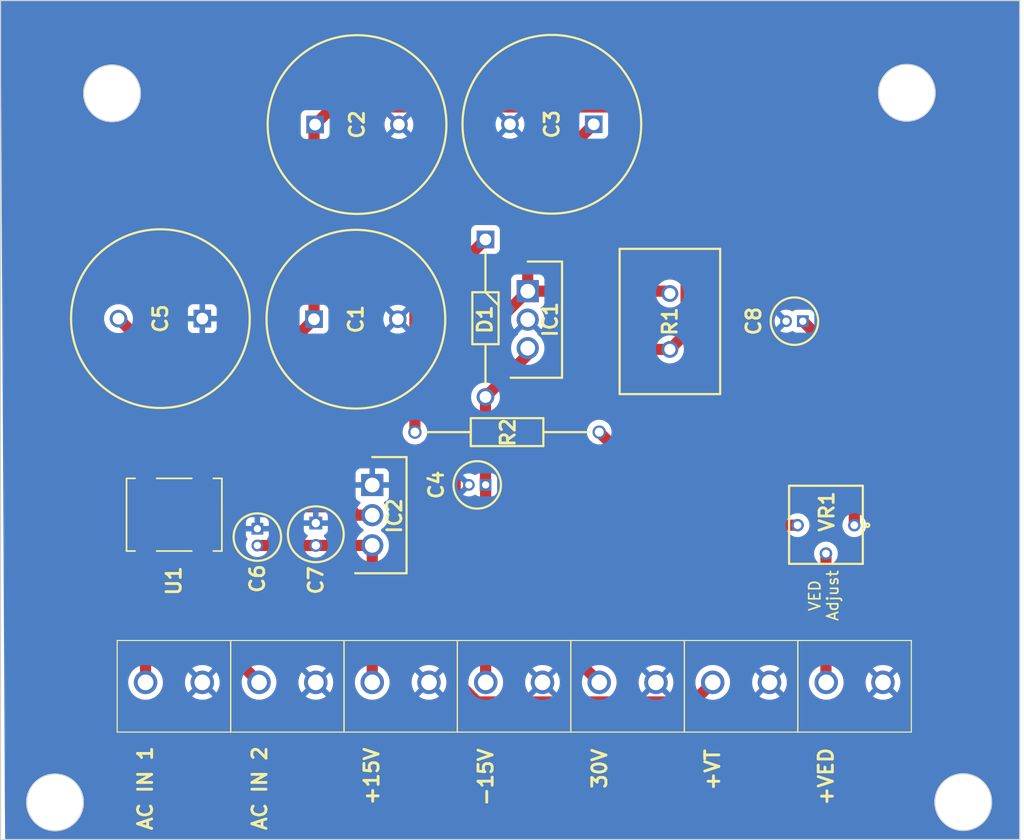
<source format=kicad_pcb>
(kicad_pcb (version 20221018) (generator pcbnew)
  (layers (0 "F.Cu" signal) (31 "B.Cu" signal) (34 "B.Paste" user) (35 "F.Paste" user) (36 "B.SilkS" user "B.Silkscreen") (37 "F.SilkS" user "F.Silkscreen") (38 "B.Mask" user) (39 "F.Mask" user) (44 "Edge.Cuts" user))
  (net 0 "")
  (net 1 "+30V")
  (net 2 "GND")
  (net 3 "+VT")
  (net 4 "+15V")
  (net 5 "Net-(C5--)")
  (net 6 "-15V")
  (net 7 "Net-(C8-+)")
  (net 8 "Net-(D1-K)")
  (net 9 "AC1")
  (net 10 "AC2")
  (net 11 "+VED")
  (net 12 "Net-(VR1-CW)")
  (footprint "SamacSys_Parts:CAPPRD200W55D500H1250" (layer "F.Cu") (at 112.1918 109.617 -90)
    (fp_text reference "C7" (at 5.1192 -0.0068 90) (layer "F.SilkS") (effects (font (size 1.27 1.27) (thickness 0.254))))
    (fp_text value "EEUFC1H4R7" hide)
    (fp_circle (center 1 0) (end 1 2.5) (stroke (width 0.2)) (fill none) (layer "F.SilkS"))
    (pad "1" thru_hole rect (at 0 0 270) (size 1.15 1.15) (drill 0.75) (layers "*.Cu" "*.Mask") (net 2 "GND"))
    (pad "2" thru_hole circle (at 2 0 270) (size 1.15 1.15) (drill 0.75) (layers "*.Cu" "*.Mask") (net 6 "-15V"))
  )
  (footprint "SamacSys_Parts:3362P_1" (layer "F.Cu") (at 157.861 106.2742 180)
    (fp_text reference "VR1" (at -0.0762 -2.3108 90) (layer "F.SilkS") (effects (font (size 1.27 1.27) (thickness 0.254))))
    (fp_text value "3362P-1-102LF" hide)
    (fp_line (start -3.3 -6.99) (end -3.3 0) (stroke (width 0.2)) (layer "F.SilkS"))
    (fp_line (start -3.3 0) (end 3.3 0) (stroke (width 0.2)) (layer "F.SilkS"))
    (fp_line (start 3.3 -6.99) (end -3.3 -6.99) (stroke (width 0.2)) (layer "F.SilkS"))
    (fp_line (start 3.3 0) (end 3.3 -6.99) (stroke (width 0.2)) (layer "F.SilkS"))
    (fp_circle (center -3.722 -3.532) (end -3.722 -3.475) (stroke (width 0.2)) (fill none) (layer "F.SilkS"))
    (pad "1" thru_hole circle (at -2.54 -3.53 180) (size 1.12 1.12) (drill 0.69) (layers "*.Cu" "*.Mask") (net 7 "Net-(C8-+)"))
    (pad "2" thru_hole circle (at 0 -6.07 180) (size 1.12 1.12) (drill 0.69) (layers "*.Cu" "*.Mask") (net 11 "+VED"))
    (pad "3" thru_hole circle (at 2.54 -3.53 180) (size 1.12 1.12) (drill 0.69) (layers "*.Cu" "*.Mask") (net 12 "Net-(VR1-CW)"))
  )
  (footprint "SamacSys_Parts:CAPPRD750W85D1600H3350" (layer "F.Cu") (at 102.0318 91.313 180)
    (fp_text reference "C5" (at 3.75 0 90) (layer "F.SilkS") (effects (font (size 1.27 1.27) (thickness 0.254))))
    (fp_text value "ECA1HHG222" hide)
    (fp_circle (center 3.75 0) (end 3.75 8) (stroke (width 0.2)) (fill none) (layer "F.SilkS"))
    (pad "1" thru_hole rect (at 0 0 180) (size 1.575 1.575) (drill 1.05) (layers "*.Cu" "*.Mask") (net 2 "GND"))
    (pad "2" thru_hole circle (at 7.5 0 180) (size 1.575 1.575) (drill 1.05) (layers "*.Cu" "*.Mask") (net 5 "Net-(C5--)"))
  )
  (footprint "SamacSys_Parts:RESAD1650W60L650D250" (layer "F.Cu") (at 121.0664 101.473)
    (fp_text reference "R2" (at 8.323 0.0328 90) (layer "F.SilkS") (effects (font (size 1.27 1.27) (thickness 0.254))))
    (fp_text value "MRS25000C1801FCT00" hide)
    (fp_line (start 0.95 0) (end 5 0) (stroke (width 0.2)) (layer "F.SilkS"))
    (fp_line (start 5 -1.25) (end 11.5 -1.25) (stroke (width 0.2)) (layer "F.SilkS"))
    (fp_line (start 5 1.25) (end 5 -1.25) (stroke (width 0.2)) (layer "F.SilkS"))
    (fp_line (start 11.5 -1.25) (end 11.5 1.25) (stroke (width 0.2)) (layer "F.SilkS"))
    (fp_line (start 11.5 0) (end 15.55 0) (stroke (width 0.2)) (layer "F.SilkS"))
    (fp_line (start 11.5 1.25) (end 5 1.25) (stroke (width 0.2)) (layer "F.SilkS"))
    (pad "1" thru_hole circle (at 0 0) (size 1.2 1.2) (drill 0.8) (layers "*.Cu" "*.Mask") (net 8 "Net-(D1-K)"))
    (pad "2" thru_hole circle (at 16.5 0) (size 1.2 1.2) (drill 0.8) (layers "*.Cu" "*.Mask") (net 12 "Net-(VR1-CW)"))
  )
  (footprint "SamacSys_Parts:CAPPRD150W47D425H800" (layer "F.Cu") (at 155.7916 91.5416 180)
    (fp_text reference "C8" (at 4.4076 0 90) (layer "F.SilkS") (effects (font (size 1.27 1.27) (thickness 0.254))))
    (fp_text value "MCMHR50V104M4X7" hide)
    (fp_circle (center 0.75 0) (end 0.75 2.125) (stroke (width 0.2)) (fill none) (layer "F.SilkS"))
    (pad "1" thru_hole rect (at 0 0 180) (size 1.05 1.05) (drill 0.65) (layers "*.Cu" "*.Mask") (net 7 "Net-(C8-+)"))
    (pad "2" thru_hole circle (at 1.5 0 180) (size 1.05 1.05) (drill 0.65) (layers "*.Cu" "*.Mask") (net 2 "GND"))
  )
  (footprint "SamacSys_Parts:17761192" (layer "F.Cu") (at 147.7264 123.8758)
    (fp_text reference "J6" hide)
    (fp_text value "+VT" (at -0.0254 7.8232 90) (layer "F.SilkS") (effects (font (size 1.27 1.27) (thickness 0.254))))
    (fp_line (start -2.54 -3.75) (end 7.62 -3.75) (stroke (width 0.1)) (layer "F.SilkS"))
    (fp_line (start -2.54 4.45) (end -2.54 -3.75) (stroke (width 0.1)) (layer "F.SilkS"))
    (fp_line (start 7.62 -3.75) (end 7.62 4.45) (stroke (width 0.1)) (layer "F.SilkS"))
    (fp_line (start 7.62 4.45) (end -2.54 4.45) (stroke (width 0.1)) (layer "F.SilkS"))
    (pad "1" thru_hole circle (at 0 0) (size 2.1 2.1) (drill 1.4) (layers "*.Cu" "*.Mask") (net 3 "+VT"))
    (pad "2" thru_hole circle (at 5.08 0) (size 2.1 2.1) (drill 1.4) (layers "*.Cu" "*.Mask") (net 2 "GND"))
  )
  (footprint "SamacSys_Parts:17761192" (layer "F.Cu") (at 127.4064 123.8758)
    (fp_text reference "J4" hide)
    (fp_text value "-15V" (at 0 8.4836 90) (layer "F.SilkS") (effects (font (size 1.27 1.27) (thickness 0.254))))
    (fp_line (start -2.54 -3.75) (end 7.62 -3.75) (stroke (width 0.1)) (layer "F.SilkS"))
    (fp_line (start -2.54 4.45) (end -2.54 -3.75) (stroke (width 0.1)) (layer "F.SilkS"))
    (fp_line (start 7.62 -3.75) (end 7.62 4.45) (stroke (width 0.1)) (layer "F.SilkS"))
    (fp_line (start 7.62 4.45) (end -2.54 4.45) (stroke (width 0.1)) (layer "F.SilkS"))
    (pad "1" thru_hole circle (at 0 0) (size 2.1 2.1) (drill 1.4) (layers "*.Cu" "*.Mask") (net 4 "+15V"))
    (pad "2" thru_hole circle (at 5.08 0) (size 2.1 2.1) (drill 1.4) (layers "*.Cu" "*.Mask") (net 2 "GND"))
  )
  (footprint "SamacSys_Parts:DIOAD1405W86L465D235" (layer "F.Cu") (at 127.381 84.2264 -90)
    (fp_text reference "D1" (at 7.1698 0.0488 90) (layer "F.SilkS") (effects (font (size 1.27 1.27) (thickness 0.254))))
    (fp_text value "1N4002G" hide)
    (fp_line (start 1.138 0) (end 4.725 0) (stroke (width 0.2)) (layer "F.SilkS"))
    (fp_line (start 4.725 -1.175) (end 9.375 -1.175) (stroke (width 0.2)) (layer "F.SilkS"))
    (fp_line (start 4.725 0) (end 5.9 -1.175) (stroke (width 0.2)) (layer "F.SilkS"))
    (fp_line (start 4.725 1.175) (end 4.725 -1.175) (stroke (width 0.2)) (layer "F.SilkS"))
    (fp_line (start 9.375 -1.175) (end 9.375 1.175) (stroke (width 0.2)) (layer "F.SilkS"))
    (fp_line (start 9.375 0) (end 12.962 0) (stroke (width 0.2)) (layer "F.SilkS"))
    (fp_line (start 9.375 1.175) (end 4.725 1.175) (stroke (width 0.2)) (layer "F.SilkS"))
    (pad "1" thru_hole rect (at 0 0 270) (size 1.575 1.575) (drill 1.05) (layers "*.Cu" "*.Mask") (net 8 "Net-(D1-K)"))
    (pad "2" thru_hole circle (at 14.1 0 270) (size 1.575 1.575) (drill 1.05) (layers "*.Cu" "*.Mask") (net 4 "+15V"))
  )
  (footprint "SamacSys_Parts:CAPPRD750W85D1600H3350" (layer "F.Cu") (at 112.0324 91.3638)
    (fp_text reference "C1" (at 3.75 0 90) (layer "F.SilkS") (effects (font (size 1.27 1.27) (thickness 0.254))))
    (fp_text value "ECA1HHG222" hide)
    (fp_circle (center 3.75 0) (end 3.75 8) (stroke (width 0.2)) (fill none) (layer "F.SilkS"))
    (pad "1" thru_hole rect (at 0 0) (size 1.575 1.575) (drill 1.05) (layers "*.Cu" "*.Mask") (net 1 "+30V"))
    (pad "2" thru_hole circle (at 7.5 0) (size 1.575 1.575) (drill 1.05) (layers "*.Cu" "*.Mask") (net 2 "GND"))
  )
  (footprint "SamacSys_Parts:17761192" (layer "F.Cu") (at 107.1118 123.8758)
    (fp_text reference "J2" hide)
    (fp_text value "AC IN 2" (at 0.0508 9.4742 90) (layer "F.SilkS") (effects (font (size 1.27 1.27) (thickness 0.254))))
    (fp_line (start -2.54 -3.75) (end 7.62 -3.75) (stroke (width 0.1)) (layer "F.SilkS"))
    (fp_line (start -2.54 4.45) (end -2.54 -3.75) (stroke (width 0.1)) (layer "F.SilkS"))
    (fp_line (start 7.62 -3.75) (end 7.62 4.45) (stroke (width 0.1)) (layer "F.SilkS"))
    (fp_line (start 7.62 4.45) (end -2.54 4.45) (stroke (width 0.1)) (layer "F.SilkS"))
    (pad "1" thru_hole circle (at 0 0) (size 2.1 2.1) (drill 1.4) (layers "*.Cu" "*.Mask") (net 10 "AC2"))
    (pad "2" thru_hole circle (at 5.08 0) (size 2.1 2.1) (drill 1.4) (layers "*.Cu" "*.Mask") (net 2 "GND"))
  )
  (footprint "SamacSys_Parts:17761192" (layer "F.Cu") (at 137.5664 123.8758)
    (fp_text reference "J5" hide)
    (fp_text value "30V" (at 0.0254 7.7216 90) (layer "F.SilkS") (effects (font (size 1.27 1.27) (thickness 0.254))))
    (fp_line (start -2.54 -3.75) (end 7.62 -3.75) (stroke (width 0.1)) (layer "F.SilkS"))
    (fp_line (start -2.54 4.45) (end -2.54 -3.75) (stroke (width 0.1)) (layer "F.SilkS"))
    (fp_line (start 7.62 -3.75) (end 7.62 4.45) (stroke (width 0.1)) (layer "F.SilkS"))
    (fp_line (start 7.62 4.45) (end -2.54 4.45) (stroke (width 0.1)) (layer "F.SilkS"))
    (pad "1" thru_hole circle (at 0 0) (size 2.1 2.1) (drill 1.4) (layers "*.Cu" "*.Mask") (net 1 "+30V"))
    (pad "2" thru_hole circle (at 5.08 0) (size 2.1 2.1) (drill 1.4) (layers "*.Cu" "*.Mask") (net 2 "GND"))
  )
  (footprint "SamacSys_Parts:CAPPRD150W47D425H800" (layer "F.Cu") (at 127.3944 106.1974 180)
    (fp_text reference "C4" (at 4.421 0 90) (layer "F.SilkS") (effects (font (size 1.27 1.27) (thickness 0.254))))
    (fp_text value "MCMHR50V104M4X7" hide)
    (fp_circle (center 0.75 0) (end 0.75 2.125) (stroke (width 0.2)) (fill none) (layer "F.SilkS"))
    (pad "1" thru_hole rect (at 0 0 180) (size 1.05 1.05) (drill 0.65) (layers "*.Cu" "*.Mask") (net 4 "+15V"))
    (pad "2" thru_hole circle (at 1.5 0 180) (size 1.05 1.05) (drill 0.65) (layers "*.Cu" "*.Mask") (net 2 "GND"))
  )
  (footprint "SamacSys_Parts:CAPPRD750W85D1600H3350" (layer "F.Cu") (at 112.134 73.9394)
    (fp_text reference "C2" (at 3.75 0 90) (layer "F.SilkS") (effects (font (size 1.27 1.27) (thickness 0.254))))
    (fp_text value "ECA1HHG222" hide)
    (fp_circle (center 3.75 0) (end 3.75 8) (stroke (width 0.2)) (fill none) (layer "F.SilkS"))
    (pad "1" thru_hole rect (at 0 0) (size 1.575 1.575) (drill 1.05) (layers "*.Cu" "*.Mask") (net 1 "+30V"))
    (pad "2" thru_hole circle (at 7.5 0) (size 1.575 1.575) (drill 1.05) (layers "*.Cu" "*.Mask") (net 2 "GND"))
  )
  (footprint "SamacSys_Parts:CAPPRD750W85D1600H3350" (layer "F.Cu") (at 137.0746 73.914 180)
    (fp_text reference "C3" (at 3.75 0 90) (layer "F.SilkS") (effects (font (size 1.27 1.27) (thickness 0.254))))
    (fp_text value "ECA1HHG222" hide)
    (fp_circle (center 3.75 0) (end 3.75 8) (stroke (width 0.2)) (fill none) (layer "F.SilkS"))
    (pad "1" thru_hole rect (at 0 0 180) (size 1.575 1.575) (drill 1.05) (layers "*.Cu" "*.Mask") (net 3 "+VT"))
    (pad "2" thru_hole circle (at 7.5 0 180) (size 1.575 1.575) (drill 1.05) (layers "*.Cu" "*.Mask") (net 2 "GND"))
  )
  (footprint "SamacSys_Parts:17761192" (layer "F.Cu") (at 157.8864 123.8758)
    (fp_text reference "J7" hide)
    (fp_text value "+VED" (at -0.0254 8.4328 90) (layer "F.SilkS") (effects (font (size 1.27 1.27) (thickness 0.254))))
    (fp_line (start -2.54 -3.75) (end 7.62 -3.75) (stroke (width 0.1)) (layer "F.SilkS"))
    (fp_line (start -2.54 4.45) (end -2.54 -3.75) (stroke (width 0.1)) (layer "F.SilkS"))
    (fp_line (start 7.62 -3.75) (end 7.62 4.45) (stroke (width 0.1)) (layer "F.SilkS"))
    (fp_line (start 7.62 4.45) (end -2.54 4.45) (stroke (width 0.1)) (layer "F.SilkS"))
    (pad "1" thru_hole circle (at 0 0) (size 2.1 2.1) (drill 1.4) (layers "*.Cu" "*.Mask") (net 11 "+VED"))
    (pad "2" thru_hole circle (at 5.08 0) (size 2.1 2.1) (drill 1.4) (layers "*.Cu" "*.Mask") (net 2 "GND"))
  )
  (footprint "SamacSys_Parts:SOT508P985X260-4N" (layer "F.Cu") (at 99.5172 108.8644 -90)
    (fp_text reference "U1" (at 5.9214 0.0304 90) (layer "F.SilkS") (effects (font (size 1.27 1.27) (thickness 0.254))))
    (fp_text value "DF06S" hide)
    (fp_line (start -3.2512 -4.2672) (end -3.2512 -3.5052) (stroke (width 0.1524)) (layer "F.SilkS"))
    (fp_line (start -3.2512 -1.5748) (end -3.2512 1.5748) (stroke (width 0.1524)) (layer "F.SilkS"))
    (fp_line (start -3.2512 3.5052) (end -3.2512 4.2672) (stroke (width 0.1524)) (layer "F.SilkS"))
    (fp_line (start -3.2512 4.2672) (end 3.2512 4.2672) (stroke (width 0.1524)) (layer "F.SilkS"))
    (fp_line (start -0.3048 -4.2672) (end -3.2512 -4.2672) (stroke (width 0.1524)) (layer "F.SilkS"))
    (fp_line (start 0.3048 -4.2672) (end -0.3048 -4.2672) (stroke (width 0.1524)) (layer "F.SilkS"))
    (fp_line (start 3.2512 -4.2672) (end 0.3048 -4.2672) (stroke (width 0.1524)) (layer "F.SilkS"))
    (fp_line (start 3.2512 -3.5052) (end 3.2512 -4.2672) (stroke (width 0.1524)) (layer "F.SilkS"))
    (fp_line (start 3.2512 1.5748) (end 3.2512 -1.5748) (stroke (width 0.1524)) (layer "F.SilkS"))
    (fp_line (start 3.2512 4.2672) (end 3.2512 3.5052) (stroke (width 0.1524)) (layer "F.SilkS"))
    (pad "1" smd rect (at -4.3942 -2.54) (size 1.2446 2.2352) (layers "F.Cu" "F.Paste" "F.Mask") (net 1 "+30V"))
    (pad "2" smd rect (at -4.3942 2.54) (size 1.2446 2.2352) (layers "F.Cu" "F.Paste" "F.Mask") (net 5 "Net-(C5--)"))
    (pad "3" smd rect (at 4.3942 2.54) (size 1.2446 2.2352) (layers "F.Cu" "F.Paste" "F.Mask") (net 9 "AC1"))
    (pad "4" smd rect (at 4.3942 -2.54) (size 1.2446 2.2352) (layers "F.Cu" "F.Paste" "F.Mask") (net 10 "AC2"))
  )
  (footprint "SamacSys_Parts:17761192" (layer "F.Cu") (at 117.2464 123.8758)
    (fp_text reference "J3" hide)
    (fp_text value "+15V" (at -0.0508 8.4074 90) (layer "F.SilkS") (effects (font (size 1.27 1.27) (thickness 0.254))))
    (fp_line (start -2.54 -3.75) (end 7.62 -3.75) (stroke (width 0.1)) (layer "F.SilkS"))
    (fp_line (start -2.54 4.45) (end -2.54 -3.75) (stroke (width 0.1)) (layer "F.SilkS"))
    (fp_line (start 7.62 -3.75) (end 7.62 4.45) (stroke (width 0.1)) (layer "F.SilkS"))
    (fp_line (start 7.62 4.45) (end -2.54 4.45) (stroke (width 0.1)) (layer "F.SilkS"))
    (pad "1" thru_hole circle (at 0 0) (size 2.1 2.1) (drill 1.4) (layers "*.Cu" "*.Mask") (net 6 "-15V"))
    (pad "2" thru_hole circle (at 5.08 0) (size 2.1 2.1) (drill 1.4) (layers "*.Cu" "*.Mask") (net 2 "GND"))
  )
  (footprint "SamacSys_Parts:17761192" (layer "F.Cu") (at 96.9518 123.8758)
    (fp_text reference "J1" hide)
    (fp_text value "AC IN 1" (at -0.0254 9.4742 90) (layer "F.SilkS") (effects (font (size 1.27 1.27) (thickness 0.254))))
    (fp_line (start -2.54 -3.75) (end 7.62 -3.75) (stroke (width 0.1)) (layer "F.SilkS"))
    (fp_line (start -2.54 4.45) (end -2.54 -3.75) (stroke (width 0.1)) (layer "F.SilkS"))
    (fp_line (start 7.62 -3.75) (end 7.62 4.45) (stroke (width 0.1)) (layer "F.SilkS"))
    (fp_line (start 7.62 4.45) (end -2.54 4.45) (stroke (width 0.1)) (layer "F.SilkS"))
    (pad "1" thru_hole circle (at 0 0) (size 2.1 2.1) (drill 1.4) (layers "*.Cu" "*.Mask") (net 9 "AC1"))
    (pad "2" thru_hole circle (at 5.08 0) (size 2.1 2.1) (drill 1.4) (layers "*.Cu" "*.Mask") (net 2 "GND"))
  )
  (footprint "SamacSys_Parts:TO255P460X1020X2008-3P" (layer "F.Cu") (at 131.1656 88.8546 -90)
    (fp_text reference "IC1" (at 2.5392 -2.0128 90) (layer "F.SilkS") (effects (font (size 1.27 1.27) (thickness 0.254))))
    (fp_text value "L78S15CV" hide)
    (fp_line (start -2.65 -3.07) (end -2.65 0) (stroke (width 0.2)) (layer "F.SilkS"))
    (fp_line (start 7.75 -3.07) (end -2.65 -3.07) (stroke (width 0.2)) (layer "F.SilkS"))
    (fp_line (start 7.75 1.53) (end 7.75 -3.07) (stroke (width 0.2)) (layer "F.SilkS"))
    (pad "1" thru_hole rect (at 0 0 270) (size 1.98 1.98) (drill 1.32) (layers "*.Cu" "*.Mask") (net 3 "+VT"))
    (pad "2" thru_hole circle (at 2.55 0 270) (size 1.98 1.98) (drill 1.32) (layers "*.Cu" "*.Mask") (net 2 "GND"))
    (pad "3" thru_hole circle (at 5.1 0 270) (size 1.98 1.98) (drill 1.32) (layers "*.Cu" "*.Mask") (net 4 "+15V"))
  )
  (footprint "SamacSys_Parts:TO270P460X1020X2008-3P" (layer "F.Cu") (at 117.2464 106.2076 -90)
    (fp_text reference "IC2" (at 2.7654 -1.9906 90) (layer "F.SilkS") (effects (font (size 1.27 1.27) (thickness 0.254))))
    (fp_text value "L7915CV" hide)
    (fp_line (start -2.5 -3.07) (end -2.5 0) (stroke (width 0.2)) (layer "F.SilkS"))
    (fp_line (start 7.9 -3.07) (end -2.5 -3.07) (stroke (width 0.2)) (layer "F.SilkS"))
    (fp_line (start 7.9 1.53) (end 7.9 -3.07) (stroke (width 0.2)) (layer "F.SilkS"))
    (pad "1" thru_hole rect (at 0 0 270) (size 1.98 1.98) (drill 1.32) (layers "*.Cu" "*.Mask") (net 2 "GND"))
    (pad "2" thru_hole circle (at 2.7 0 270) (size 1.98 1.98) (drill 1.32) (layers "*.Cu" "*.Mask") (net 5 "Net-(C5--)"))
    (pad "3" thru_hole circle (at 5.4 0 270) (size 1.98 1.98) (drill 1.32) (layers "*.Cu" "*.Mask") (net 6 "-15V"))
  )
  (footprint "SamacSys_Parts:CAPPRD150W47D425H800" (layer "F.Cu") (at 106.9594 110.121 -90)
    (fp_text reference "C6" (at 4.4718 0 90) (layer "F.SilkS") (effects (font (size 1.27 1.27) (thickness 0.254))))
    (fp_text value "MCMHR50V104M4X7" hide)
    (fp_circle (center 0.75 0) (end 0.75 2.125) (stroke (width 0.2)) (fill none) (layer "F.SilkS"))
    (pad "1" thru_hole rect (at 0 0 270) (size 1.05 1.05) (drill 0.65) (layers "*.Cu" "*.Mask") (net 2 "GND"))
    (pad "2" thru_hole circle (at 1.5 0 270) (size 1.05 1.05) (drill 0.65) (layers "*.Cu" "*.Mask") (net 6 "-15V"))
  )
  (footprint "SamacSys_Parts:SQMR54K7J" (layer "F.Cu") (at 143.891 94.067 90)
    (fp_text reference "R1" (at 2.5 0 90) (layer "F.SilkS") (effects (font (size 1.27 1.27) (thickness 0.254))))
    (fp_text value "SQMR54K7J" hide)
    (fp_line (start -4 -4.5) (end 9 -4.5) (stroke (width 0.2)) (layer "F.SilkS"))
    (fp_line (start -4 4.5) (end -4 -4.5) (stroke (width 0.2)) (layer "F.SilkS"))
    (fp_line (start 9 -4.5) (end 9 4.5) (stroke (width 0.2)) (layer "F.SilkS"))
    (fp_line (start 9 4.5) (end -4 4.5) (stroke (width 0.2)) (layer "F.SilkS"))
    (pad "1" thru_hole circle (at 0 0 90) (size 1.5 1.5) (drill 1) (layers "*.Cu" "*.Mask") (net 1 "+30V"))
    (pad "2" thru_hole circle (at 5 0 90) (size 1.5 1.5) (drill 1) (layers "*.Cu" "*.Mask") (net 3 "+VT"))
  )
  (gr_circle (center 88.8492 134.62) (end 91.3892 134.62) (stroke (width 0.1)) (fill none) (layer "Edge.Cuts"))
  (gr_circle (center 170.1546 134.5946) (end 172.6946 134.5946) (stroke (width 0.1)) (fill none) (layer "Edge.Cuts"))
  (gr_circle (center 93.9546 71.1454) (end 96.4946 71.1454) (stroke (width 0.1)) (fill none) (layer "Edge.Cuts"))
  (gr_circle (center 165.1 71.0946) (end 167.64 71.0946) (stroke (width 0.1)) (fill none) (layer "Edge.Cuts"))
  (gr_rect (start 83.9724 62.8396) (end 175.2092 137.9474) (stroke (width 0.1)) (fill none) (layer "Edge.Cuts"))
  (gr_text "VED\nAdjust" (at 159.0548 116.1034 90) (layer "F.SilkS") (effects (font (size 1 1)) (justify bottom)))
  (segment (start 133.6802 98.5774) (end 133.6802 119.9896) (width 1) (layer "F.Cu") (net 1))
  (segment (start 145.341 92.617) (end 145.341 79.2054) (width 1) (layer "F.Cu") (net 1))
  (segment (start 143.891 94.067) (end 138.1906 94.067) (width 1) (layer "F.Cu") (net 1))
  (segment (start 138.5002 72.3646) (end 113.7088 72.3646) (width 1) (layer "F.Cu") (net 1))
  (segment (start 102.0572 101.339) (end 112.0324 91.3638) (width 1) (layer "F.Cu") (net 1))
  (segment (start 102.0572 104.4702) (end 102.0572 101.339) (width 1) (layer "F.Cu") (net 1))
  (segment (start 133.6802 119.9896) (end 137.5664 123.8758) (width 1) (layer "F.Cu") (net 1))
  (segment (start 112.0324 91.3638) (end 112.0324 74.041) (width 1) (layer "F.Cu") (net 1))
  (segment (start 145.341 79.2054) (end 138.5002 72.3646) (width 1) (layer "F.Cu") (net 1))
  (segment (start 113.7088 72.3646) (end 112.134 73.9394) (width 1) (layer "F.Cu") (net 1))
  (segment (start 112.0324 74.041) (end 112.134 73.9394) (width 1) (layer "F.Cu") (net 1))
  (segment (start 138.1906 94.067) (end 133.6802 98.5774) (width 1) (layer "F.Cu") (net 1))
  (segment (start 143.891 94.067) (end 145.341 92.617) (width 1) (layer "F.Cu") (net 1))
  (segment (start 137.0746 73.914) (end 131.1656 79.823) (width 1) (layer "F.Cu") (net 3))
  (segment (start 124.6694 95.3508) (end 124.6694 123.6534) (width 1) (layer "F.Cu") (net 3))
  (segment (start 131.1656 88.8546) (end 124.6694 95.3508) (width 1) (layer "F.Cu") (net 3))
  (segment (start 143.6786 88.8546) (end 143.891 89.067) (width 1) (layer "F.Cu") (net 3))
  (segment (start 124.6694 123.6534) (end 126.6444 125.6284) (width 1) (layer "F.Cu") (net 3))
  (segment (start 131.1656 79.823) (end 131.1656 88.8546) (width 1) (layer "F.Cu") (net 3))
  (segment (start 126.6444 125.6284) (end 145.9738 125.6284) (width 1) (layer "F.Cu") (net 3))
  (segment (start 145.9738 125.6284) (end 147.7264 123.8758) (width 1) (layer "F.Cu") (net 3))
  (segment (start 131.1656 88.8546) (end 143.6786 88.8546) (width 1) (layer "F.Cu") (net 3))
  (segment (start 127.3944 106.1974) (end 127.3944 123.8638) (width 1) (layer "F.Cu") (net 4))
  (segment (start 127.381 98.3264) (end 127.381 106.184) (width 1) (layer "F.Cu") (net 4))
  (segment (start 127.3944 123.8638) (end 127.4064 123.8758) (width 1) (layer "F.Cu") (net 4))
  (segment (start 127.381 106.184) (end 127.3944 106.1974) (width 1) (layer "F.Cu") (net 4))
  (segment (start 131.1656 93.9546) (end 131.1656 94.5418) (width 1) (layer "F.Cu") (net 4))
  (segment (start 131.1656 94.5418) (end 127.381 98.3264) (width 1) (layer "F.Cu") (net 4))
  (segment (start 115.846329 108.9076) (end 115.091929 108.1532) (width 1) (layer "F.Cu") (net 5))
  (segment (start 96.9772 93.7584) (end 94.5318 91.313) (width 1) (layer "F.Cu") (net 5))
  (segment (start 96.9772 104.4702) (end 96.9772 93.7584) (width 1) (layer "F.Cu") (net 5))
  (segment (start 117.2464 108.9076) (end 115.846329 108.9076) (width 1) (layer "F.Cu") (net 5))
  (segment (start 115.091929 108.1532) (end 98.0694 108.1532) (width 1) (layer "F.Cu") (net 5))
  (segment (start 96.9772 107.061) (end 96.9772 104.4702) (width 1) (layer "F.Cu") (net 5))
  (segment (start 98.0694 108.1532) (end 96.9772 107.061) (width 1) (layer "F.Cu") (net 5))
  (segment (start 112.1918 111.617) (end 117.237 111.617) (width 1) (layer "F.Cu") (net 6))
  (segment (start 106.9594 111.621) (end 112.1878 111.621) (width 1) (layer "F.Cu") (net 6))
  (segment (start 117.2464 111.6076) (end 117.2464 123.8758) (width 1) (layer "F.Cu") (net 6))
  (segment (start 117.237 111.617) (end 117.2464 111.6076) (width 1) (layer "F.Cu") (net 6))
  (segment (start 112.1878 111.621) (end 112.1918 111.617) (width 1) (layer "F.Cu") (net 6))
  (segment (start 160.401 96.151) (end 155.7916 91.5416) (width 1) (layer "F.Cu") (net 7))
  (segment (start 160.401 109.8042) (end 160.401 96.151) (width 1) (layer "F.Cu") (net 7))
  (segment (start 127.381 84.2264) (end 121.0664 90.541) (width 1) (layer "F.Cu") (net 8))
  (segment (start 121.0664 90.541) (end 121.0664 101.473) (width 1) (layer "F.Cu") (net 8))
  (segment (start 96.9518 123.8758) (end 96.9518 113.284) (width 1) (layer "F.Cu") (net 9))
  (segment (start 96.9518 113.284) (end 96.9772 113.2586) (width 1) (layer "F.Cu") (net 9))
  (segment (start 102.0572 118.8212) (end 107.1118 123.8758) (width 1) (layer "F.Cu") (net 10))
  (segment (start 102.0572 113.2586) (end 102.0572 118.8212) (width 1) (layer "F.Cu") (net 10))
  (segment (start 157.861 123.8504) (end 157.8864 123.8758) (width 1) (layer "F.Cu") (net 11))
  (segment (start 157.861 112.3442) (end 157.861 123.8504) (width 1) (layer "F.Cu") (net 11))
  (segment (start 137.5664 101.473) (end 145.8976 109.8042) (width 1) (layer "F.Cu") (net 12))
  (segment (start 145.8976 109.8042) (end 155.321 109.8042) (width 1) (layer "F.Cu") (net 12))
  (zone (net 2) (net_name "GND") (layer "B.Cu") (connect_pads (clearance 0.5)) (min_thickness 0.25) (fill yes (thermal_gap 0.5) (thermal_bridge_width 0.5))
    (polygon (pts (xy 83.9724 62.8396) (xy 175.2092 62.8396) (xy 175.6156 137.9474) (xy 84.3788 137.9474)))
  )
)
</source>
